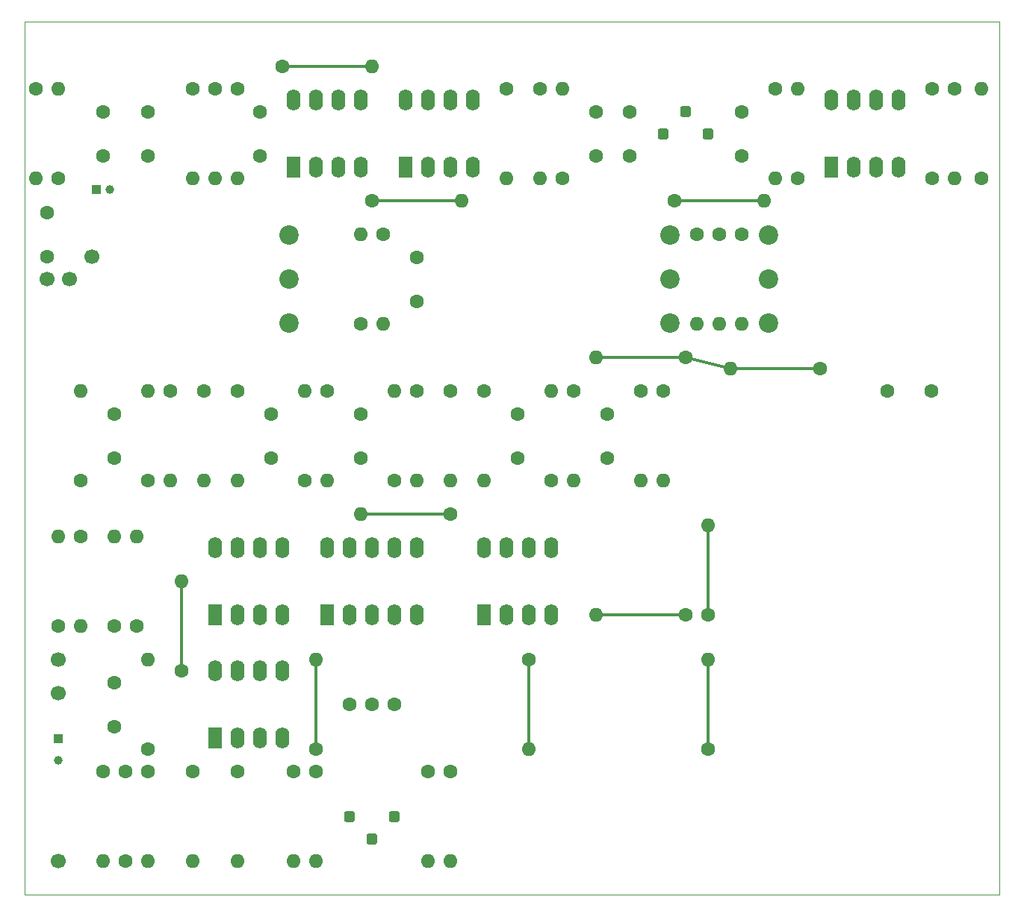
<source format=gbr>
G04 #@! TF.GenerationSoftware,KiCad,Pcbnew,(5.1.4)-1*
G04 #@! TF.CreationDate,2019-09-26T03:20:38+02:00*
G04 #@! TF.ProjectId,Board Reproduction,426f6172-6420-4526-9570-726f64756374,rev?*
G04 #@! TF.SameCoordinates,Original*
G04 #@! TF.FileFunction,Copper,L1,Top*
G04 #@! TF.FilePolarity,Positive*
%FSLAX46Y46*%
G04 Gerber Fmt 4.6, Leading zero omitted, Abs format (unit mm)*
G04 Created by KiCad (PCBNEW (5.1.4)-1) date 2019-09-26 03:20:38*
%MOMM*%
%LPD*%
G04 APERTURE LIST*
%ADD10C,0.050000*%
%ADD11C,1.700000*%
%ADD12C,1.000000*%
%ADD13R,1.000000X1.000000*%
%ADD14C,1.600000*%
%ADD15C,0.100000*%
%ADD16C,1.250000*%
%ADD17O,1.600000X1.600000*%
%ADD18O,1.600000X2.400000*%
%ADD19R,1.600000X2.400000*%
%ADD20C,2.200000*%
%ADD21C,0.300000*%
G04 APERTURE END LIST*
D10*
X87376000Y-44704000D02*
X87376000Y-45974000D01*
X122936000Y-44704000D02*
X87376000Y-44704000D01*
X197866000Y-44704000D02*
X122936000Y-44704000D01*
X197866000Y-143764000D02*
X197866000Y-44704000D01*
X143256000Y-143764000D02*
X197866000Y-143764000D01*
X94996000Y-143764000D02*
X143256000Y-143764000D01*
X87376000Y-143764000D02*
X94996000Y-143764000D01*
X87376000Y-137414000D02*
X87376000Y-143764000D01*
X87376000Y-96774000D02*
X87376000Y-45974000D01*
X87376000Y-137414000D02*
X87376000Y-96774000D01*
D11*
X91186000Y-139954000D03*
X91186000Y-120904000D03*
X91186000Y-117094000D03*
X94996000Y-71374000D03*
X92456000Y-73914000D03*
X89916000Y-73914000D03*
D12*
X91186000Y-128504000D03*
D13*
X91186000Y-126004000D03*
D12*
X97016000Y-63754000D03*
D13*
X95516000Y-63754000D03*
D14*
X129286000Y-122174000D03*
X124206000Y-122174000D03*
X126746000Y-122174000D03*
D15*
G36*
X127089130Y-136790505D02*
G01*
X127119466Y-136795005D01*
X127149214Y-136802456D01*
X127178089Y-136812788D01*
X127205811Y-136825900D01*
X127232116Y-136841666D01*
X127256748Y-136859934D01*
X127279471Y-136880529D01*
X127300066Y-136903252D01*
X127318334Y-136927884D01*
X127334100Y-136954189D01*
X127347212Y-136981911D01*
X127357544Y-137010786D01*
X127364995Y-137040534D01*
X127369495Y-137070870D01*
X127371000Y-137101500D01*
X127371000Y-137726500D01*
X127369495Y-137757130D01*
X127364995Y-137787466D01*
X127357544Y-137817214D01*
X127347212Y-137846089D01*
X127334100Y-137873811D01*
X127318334Y-137900116D01*
X127300066Y-137924748D01*
X127279471Y-137947471D01*
X127256748Y-137968066D01*
X127232116Y-137986334D01*
X127205811Y-138002100D01*
X127178089Y-138015212D01*
X127149214Y-138025544D01*
X127119466Y-138032995D01*
X127089130Y-138037495D01*
X127058500Y-138039000D01*
X126433500Y-138039000D01*
X126402870Y-138037495D01*
X126372534Y-138032995D01*
X126342786Y-138025544D01*
X126313911Y-138015212D01*
X126286189Y-138002100D01*
X126259884Y-137986334D01*
X126235252Y-137968066D01*
X126212529Y-137947471D01*
X126191934Y-137924748D01*
X126173666Y-137900116D01*
X126157900Y-137873811D01*
X126144788Y-137846089D01*
X126134456Y-137817214D01*
X126127005Y-137787466D01*
X126122505Y-137757130D01*
X126121000Y-137726500D01*
X126121000Y-137101500D01*
X126122505Y-137070870D01*
X126127005Y-137040534D01*
X126134456Y-137010786D01*
X126144788Y-136981911D01*
X126157900Y-136954189D01*
X126173666Y-136927884D01*
X126191934Y-136903252D01*
X126212529Y-136880529D01*
X126235252Y-136859934D01*
X126259884Y-136841666D01*
X126286189Y-136825900D01*
X126313911Y-136812788D01*
X126342786Y-136802456D01*
X126372534Y-136795005D01*
X126402870Y-136790505D01*
X126433500Y-136789000D01*
X127058500Y-136789000D01*
X127089130Y-136790505D01*
X127089130Y-136790505D01*
G37*
D16*
X126746000Y-137414000D03*
D15*
G36*
X129629130Y-134250505D02*
G01*
X129659466Y-134255005D01*
X129689214Y-134262456D01*
X129718089Y-134272788D01*
X129745811Y-134285900D01*
X129772116Y-134301666D01*
X129796748Y-134319934D01*
X129819471Y-134340529D01*
X129840066Y-134363252D01*
X129858334Y-134387884D01*
X129874100Y-134414189D01*
X129887212Y-134441911D01*
X129897544Y-134470786D01*
X129904995Y-134500534D01*
X129909495Y-134530870D01*
X129911000Y-134561500D01*
X129911000Y-135186500D01*
X129909495Y-135217130D01*
X129904995Y-135247466D01*
X129897544Y-135277214D01*
X129887212Y-135306089D01*
X129874100Y-135333811D01*
X129858334Y-135360116D01*
X129840066Y-135384748D01*
X129819471Y-135407471D01*
X129796748Y-135428066D01*
X129772116Y-135446334D01*
X129745811Y-135462100D01*
X129718089Y-135475212D01*
X129689214Y-135485544D01*
X129659466Y-135492995D01*
X129629130Y-135497495D01*
X129598500Y-135499000D01*
X128973500Y-135499000D01*
X128942870Y-135497495D01*
X128912534Y-135492995D01*
X128882786Y-135485544D01*
X128853911Y-135475212D01*
X128826189Y-135462100D01*
X128799884Y-135446334D01*
X128775252Y-135428066D01*
X128752529Y-135407471D01*
X128731934Y-135384748D01*
X128713666Y-135360116D01*
X128697900Y-135333811D01*
X128684788Y-135306089D01*
X128674456Y-135277214D01*
X128667005Y-135247466D01*
X128662505Y-135217130D01*
X128661000Y-135186500D01*
X128661000Y-134561500D01*
X128662505Y-134530870D01*
X128667005Y-134500534D01*
X128674456Y-134470786D01*
X128684788Y-134441911D01*
X128697900Y-134414189D01*
X128713666Y-134387884D01*
X128731934Y-134363252D01*
X128752529Y-134340529D01*
X128775252Y-134319934D01*
X128799884Y-134301666D01*
X128826189Y-134285900D01*
X128853911Y-134272788D01*
X128882786Y-134262456D01*
X128912534Y-134255005D01*
X128942870Y-134250505D01*
X128973500Y-134249000D01*
X129598500Y-134249000D01*
X129629130Y-134250505D01*
X129629130Y-134250505D01*
G37*
D16*
X129286000Y-134874000D03*
D15*
G36*
X124549130Y-134250505D02*
G01*
X124579466Y-134255005D01*
X124609214Y-134262456D01*
X124638089Y-134272788D01*
X124665811Y-134285900D01*
X124692116Y-134301666D01*
X124716748Y-134319934D01*
X124739471Y-134340529D01*
X124760066Y-134363252D01*
X124778334Y-134387884D01*
X124794100Y-134414189D01*
X124807212Y-134441911D01*
X124817544Y-134470786D01*
X124824995Y-134500534D01*
X124829495Y-134530870D01*
X124831000Y-134561500D01*
X124831000Y-135186500D01*
X124829495Y-135217130D01*
X124824995Y-135247466D01*
X124817544Y-135277214D01*
X124807212Y-135306089D01*
X124794100Y-135333811D01*
X124778334Y-135360116D01*
X124760066Y-135384748D01*
X124739471Y-135407471D01*
X124716748Y-135428066D01*
X124692116Y-135446334D01*
X124665811Y-135462100D01*
X124638089Y-135475212D01*
X124609214Y-135485544D01*
X124579466Y-135492995D01*
X124549130Y-135497495D01*
X124518500Y-135499000D01*
X123893500Y-135499000D01*
X123862870Y-135497495D01*
X123832534Y-135492995D01*
X123802786Y-135485544D01*
X123773911Y-135475212D01*
X123746189Y-135462100D01*
X123719884Y-135446334D01*
X123695252Y-135428066D01*
X123672529Y-135407471D01*
X123651934Y-135384748D01*
X123633666Y-135360116D01*
X123617900Y-135333811D01*
X123604788Y-135306089D01*
X123594456Y-135277214D01*
X123587005Y-135247466D01*
X123582505Y-135217130D01*
X123581000Y-135186500D01*
X123581000Y-134561500D01*
X123582505Y-134530870D01*
X123587005Y-134500534D01*
X123594456Y-134470786D01*
X123604788Y-134441911D01*
X123617900Y-134414189D01*
X123633666Y-134387884D01*
X123651934Y-134363252D01*
X123672529Y-134340529D01*
X123695252Y-134319934D01*
X123719884Y-134301666D01*
X123746189Y-134285900D01*
X123773911Y-134272788D01*
X123802786Y-134262456D01*
X123832534Y-134255005D01*
X123862870Y-134250505D01*
X123893500Y-134249000D01*
X124518500Y-134249000D01*
X124549130Y-134250505D01*
X124549130Y-134250505D01*
G37*
D16*
X124206000Y-134874000D03*
D15*
G36*
X162649130Y-54240505D02*
G01*
X162679466Y-54245005D01*
X162709214Y-54252456D01*
X162738089Y-54262788D01*
X162765811Y-54275900D01*
X162792116Y-54291666D01*
X162816748Y-54309934D01*
X162839471Y-54330529D01*
X162860066Y-54353252D01*
X162878334Y-54377884D01*
X162894100Y-54404189D01*
X162907212Y-54431911D01*
X162917544Y-54460786D01*
X162924995Y-54490534D01*
X162929495Y-54520870D01*
X162931000Y-54551500D01*
X162931000Y-55176500D01*
X162929495Y-55207130D01*
X162924995Y-55237466D01*
X162917544Y-55267214D01*
X162907212Y-55296089D01*
X162894100Y-55323811D01*
X162878334Y-55350116D01*
X162860066Y-55374748D01*
X162839471Y-55397471D01*
X162816748Y-55418066D01*
X162792116Y-55436334D01*
X162765811Y-55452100D01*
X162738089Y-55465212D01*
X162709214Y-55475544D01*
X162679466Y-55482995D01*
X162649130Y-55487495D01*
X162618500Y-55489000D01*
X161993500Y-55489000D01*
X161962870Y-55487495D01*
X161932534Y-55482995D01*
X161902786Y-55475544D01*
X161873911Y-55465212D01*
X161846189Y-55452100D01*
X161819884Y-55436334D01*
X161795252Y-55418066D01*
X161772529Y-55397471D01*
X161751934Y-55374748D01*
X161733666Y-55350116D01*
X161717900Y-55323811D01*
X161704788Y-55296089D01*
X161694456Y-55267214D01*
X161687005Y-55237466D01*
X161682505Y-55207130D01*
X161681000Y-55176500D01*
X161681000Y-54551500D01*
X161682505Y-54520870D01*
X161687005Y-54490534D01*
X161694456Y-54460786D01*
X161704788Y-54431911D01*
X161717900Y-54404189D01*
X161733666Y-54377884D01*
X161751934Y-54353252D01*
X161772529Y-54330529D01*
X161795252Y-54309934D01*
X161819884Y-54291666D01*
X161846189Y-54275900D01*
X161873911Y-54262788D01*
X161902786Y-54252456D01*
X161932534Y-54245005D01*
X161962870Y-54240505D01*
X161993500Y-54239000D01*
X162618500Y-54239000D01*
X162649130Y-54240505D01*
X162649130Y-54240505D01*
G37*
D16*
X162306000Y-54864000D03*
D15*
G36*
X160109130Y-56780505D02*
G01*
X160139466Y-56785005D01*
X160169214Y-56792456D01*
X160198089Y-56802788D01*
X160225811Y-56815900D01*
X160252116Y-56831666D01*
X160276748Y-56849934D01*
X160299471Y-56870529D01*
X160320066Y-56893252D01*
X160338334Y-56917884D01*
X160354100Y-56944189D01*
X160367212Y-56971911D01*
X160377544Y-57000786D01*
X160384995Y-57030534D01*
X160389495Y-57060870D01*
X160391000Y-57091500D01*
X160391000Y-57716500D01*
X160389495Y-57747130D01*
X160384995Y-57777466D01*
X160377544Y-57807214D01*
X160367212Y-57836089D01*
X160354100Y-57863811D01*
X160338334Y-57890116D01*
X160320066Y-57914748D01*
X160299471Y-57937471D01*
X160276748Y-57958066D01*
X160252116Y-57976334D01*
X160225811Y-57992100D01*
X160198089Y-58005212D01*
X160169214Y-58015544D01*
X160139466Y-58022995D01*
X160109130Y-58027495D01*
X160078500Y-58029000D01*
X159453500Y-58029000D01*
X159422870Y-58027495D01*
X159392534Y-58022995D01*
X159362786Y-58015544D01*
X159333911Y-58005212D01*
X159306189Y-57992100D01*
X159279884Y-57976334D01*
X159255252Y-57958066D01*
X159232529Y-57937471D01*
X159211934Y-57914748D01*
X159193666Y-57890116D01*
X159177900Y-57863811D01*
X159164788Y-57836089D01*
X159154456Y-57807214D01*
X159147005Y-57777466D01*
X159142505Y-57747130D01*
X159141000Y-57716500D01*
X159141000Y-57091500D01*
X159142505Y-57060870D01*
X159147005Y-57030534D01*
X159154456Y-57000786D01*
X159164788Y-56971911D01*
X159177900Y-56944189D01*
X159193666Y-56917884D01*
X159211934Y-56893252D01*
X159232529Y-56870529D01*
X159255252Y-56849934D01*
X159279884Y-56831666D01*
X159306189Y-56815900D01*
X159333911Y-56802788D01*
X159362786Y-56792456D01*
X159392534Y-56785005D01*
X159422870Y-56780505D01*
X159453500Y-56779000D01*
X160078500Y-56779000D01*
X160109130Y-56780505D01*
X160109130Y-56780505D01*
G37*
D16*
X159766000Y-57404000D03*
D15*
G36*
X165189130Y-56780505D02*
G01*
X165219466Y-56785005D01*
X165249214Y-56792456D01*
X165278089Y-56802788D01*
X165305811Y-56815900D01*
X165332116Y-56831666D01*
X165356748Y-56849934D01*
X165379471Y-56870529D01*
X165400066Y-56893252D01*
X165418334Y-56917884D01*
X165434100Y-56944189D01*
X165447212Y-56971911D01*
X165457544Y-57000786D01*
X165464995Y-57030534D01*
X165469495Y-57060870D01*
X165471000Y-57091500D01*
X165471000Y-57716500D01*
X165469495Y-57747130D01*
X165464995Y-57777466D01*
X165457544Y-57807214D01*
X165447212Y-57836089D01*
X165434100Y-57863811D01*
X165418334Y-57890116D01*
X165400066Y-57914748D01*
X165379471Y-57937471D01*
X165356748Y-57958066D01*
X165332116Y-57976334D01*
X165305811Y-57992100D01*
X165278089Y-58005212D01*
X165249214Y-58015544D01*
X165219466Y-58022995D01*
X165189130Y-58027495D01*
X165158500Y-58029000D01*
X164533500Y-58029000D01*
X164502870Y-58027495D01*
X164472534Y-58022995D01*
X164442786Y-58015544D01*
X164413911Y-58005212D01*
X164386189Y-57992100D01*
X164359884Y-57976334D01*
X164335252Y-57958066D01*
X164312529Y-57937471D01*
X164291934Y-57914748D01*
X164273666Y-57890116D01*
X164257900Y-57863811D01*
X164244788Y-57836089D01*
X164234456Y-57807214D01*
X164227005Y-57777466D01*
X164222505Y-57747130D01*
X164221000Y-57716500D01*
X164221000Y-57091500D01*
X164222505Y-57060870D01*
X164227005Y-57030534D01*
X164234456Y-57000786D01*
X164244788Y-56971911D01*
X164257900Y-56944189D01*
X164273666Y-56917884D01*
X164291934Y-56893252D01*
X164312529Y-56870529D01*
X164335252Y-56849934D01*
X164359884Y-56831666D01*
X164386189Y-56815900D01*
X164413911Y-56802788D01*
X164442786Y-56792456D01*
X164472534Y-56785005D01*
X164502870Y-56780505D01*
X164533500Y-56779000D01*
X165158500Y-56779000D01*
X165189130Y-56780505D01*
X165189130Y-56780505D01*
G37*
D16*
X164846000Y-57404000D03*
D17*
X164846000Y-117094000D03*
D14*
X164846000Y-127254000D03*
D17*
X167386000Y-84074000D03*
D14*
X177546000Y-84074000D03*
D17*
X152146000Y-82804000D03*
D14*
X162306000Y-82804000D03*
D17*
X164846000Y-101854000D03*
D14*
X164846000Y-112014000D03*
D17*
X152146000Y-112014000D03*
D14*
X162306000Y-112014000D03*
D17*
X144526000Y-127254000D03*
D14*
X144526000Y-117094000D03*
D17*
X125476000Y-100584000D03*
D14*
X135636000Y-100584000D03*
D17*
X120396000Y-117094000D03*
D14*
X120396000Y-127254000D03*
D17*
X105156000Y-108204000D03*
D14*
X105156000Y-118364000D03*
D17*
X171196000Y-65024000D03*
D14*
X161036000Y-65024000D03*
D17*
X136906000Y-65024000D03*
D14*
X126746000Y-65024000D03*
D17*
X126746000Y-49784000D03*
D14*
X116586000Y-49784000D03*
D17*
X195834000Y-52324000D03*
D14*
X195834000Y-62484000D03*
D17*
X192786000Y-62484000D03*
D14*
X192786000Y-52324000D03*
D17*
X120396000Y-139954000D03*
D14*
X120396000Y-129794000D03*
D17*
X101346000Y-139954000D03*
D14*
X101346000Y-129794000D03*
D17*
X117856000Y-139954000D03*
D14*
X117856000Y-129794000D03*
D17*
X106426000Y-139954000D03*
D14*
X106426000Y-129794000D03*
D17*
X111506000Y-139954000D03*
D14*
X111506000Y-129794000D03*
D17*
X133096000Y-139954000D03*
D14*
X133096000Y-129794000D03*
D17*
X135636000Y-139954000D03*
D14*
X135636000Y-129794000D03*
D17*
X163576000Y-78994000D03*
D14*
X163576000Y-68834000D03*
D17*
X168656000Y-78994000D03*
D14*
X168656000Y-68834000D03*
D17*
X166116000Y-78994000D03*
D14*
X166116000Y-68834000D03*
D17*
X175006000Y-52324000D03*
D14*
X175006000Y-62484000D03*
D17*
X172466000Y-62484000D03*
D14*
X172466000Y-52324000D03*
D17*
X96266000Y-139954000D03*
D14*
X96266000Y-129794000D03*
D17*
X101346000Y-117094000D03*
D14*
X101346000Y-127254000D03*
D17*
X93726000Y-113284000D03*
D14*
X93726000Y-103124000D03*
D17*
X91186000Y-103124000D03*
D14*
X91186000Y-113284000D03*
D17*
X97536000Y-103124000D03*
D14*
X97536000Y-113284000D03*
D17*
X100076000Y-103124000D03*
D14*
X100076000Y-113284000D03*
D17*
X159766000Y-96774000D03*
D14*
X159766000Y-86614000D03*
D17*
X148336000Y-52324000D03*
D14*
X148336000Y-62484000D03*
D17*
X145796000Y-62484000D03*
D14*
X145796000Y-52324000D03*
D17*
X157226000Y-96774000D03*
D14*
X157226000Y-86614000D03*
D17*
X141986000Y-62484000D03*
D14*
X141986000Y-52324000D03*
D17*
X149606000Y-96774000D03*
D14*
X149606000Y-86614000D03*
D17*
X147066000Y-86614000D03*
D14*
X147066000Y-96774000D03*
D17*
X139446000Y-96774000D03*
D14*
X139446000Y-86614000D03*
D17*
X135636000Y-96774000D03*
D14*
X135636000Y-86614000D03*
D17*
X129286000Y-86614000D03*
D14*
X129286000Y-96774000D03*
D17*
X131826000Y-96774000D03*
D14*
X131826000Y-86614000D03*
D17*
X121666000Y-96774000D03*
D14*
X121666000Y-86614000D03*
D17*
X119126000Y-86614000D03*
D14*
X119126000Y-96774000D03*
D17*
X111506000Y-96774000D03*
D14*
X111506000Y-86614000D03*
D17*
X107696000Y-96774000D03*
D14*
X107696000Y-86614000D03*
D17*
X93726000Y-86614000D03*
D14*
X93726000Y-96774000D03*
D17*
X103886000Y-96774000D03*
D14*
X103886000Y-86614000D03*
D17*
X101346000Y-86614000D03*
D14*
X101346000Y-96774000D03*
D17*
X125476000Y-68834000D03*
D14*
X125476000Y-78994000D03*
D17*
X128016000Y-78994000D03*
D14*
X128016000Y-68834000D03*
D17*
X111506000Y-62484000D03*
D14*
X111506000Y-52324000D03*
D17*
X108966000Y-62484000D03*
D14*
X108966000Y-52324000D03*
D17*
X106426000Y-62484000D03*
D14*
X106426000Y-52324000D03*
D17*
X91186000Y-52324000D03*
D14*
X91186000Y-62484000D03*
D17*
X88646000Y-62484000D03*
D14*
X88646000Y-52324000D03*
D18*
X131826000Y-104394000D03*
X131826000Y-112014000D03*
X121666000Y-104394000D03*
X129286000Y-112014000D03*
X124206000Y-104394000D03*
X126746000Y-112014000D03*
X126746000Y-104394000D03*
X124206000Y-112014000D03*
X129286000Y-104394000D03*
D19*
X121666000Y-112014000D03*
X130556000Y-61214000D03*
D18*
X138176000Y-53594000D03*
X133096000Y-61214000D03*
X135636000Y-53594000D03*
X135636000Y-61214000D03*
X133096000Y-53594000D03*
X138176000Y-61214000D03*
X130556000Y-53594000D03*
D19*
X139446000Y-112014000D03*
D18*
X147066000Y-104394000D03*
X141986000Y-112014000D03*
X144526000Y-104394000D03*
X144526000Y-112014000D03*
X141986000Y-104394000D03*
X147066000Y-112014000D03*
X139446000Y-104394000D03*
D19*
X108966000Y-112014000D03*
D18*
X116586000Y-104394000D03*
X111506000Y-112014000D03*
X114046000Y-104394000D03*
X114046000Y-112014000D03*
X111506000Y-104394000D03*
X116586000Y-112014000D03*
X108966000Y-104394000D03*
D19*
X178816000Y-61214000D03*
D18*
X186436000Y-53594000D03*
X181356000Y-61214000D03*
X183896000Y-53594000D03*
X183896000Y-61214000D03*
X181356000Y-53594000D03*
X186436000Y-61214000D03*
X178816000Y-53594000D03*
D19*
X108966000Y-125984000D03*
D18*
X116586000Y-118364000D03*
X111506000Y-125984000D03*
X114046000Y-118364000D03*
X114046000Y-125984000D03*
X111506000Y-118364000D03*
X116586000Y-125984000D03*
X108966000Y-118364000D03*
D19*
X117856000Y-61214000D03*
D18*
X125476000Y-53594000D03*
X120396000Y-61214000D03*
X122936000Y-53594000D03*
X122936000Y-61214000D03*
X120396000Y-53594000D03*
X125476000Y-61214000D03*
X117856000Y-53594000D03*
D20*
X171706000Y-73914000D03*
X171706000Y-78914000D03*
X171706000Y-68914000D03*
X160526000Y-73914000D03*
X160526000Y-68914000D03*
X160526000Y-78914000D03*
X117346000Y-73914000D03*
X117346000Y-68914000D03*
X117346000Y-78914000D03*
D14*
X98806000Y-129794000D03*
X98806000Y-139954000D03*
X190246000Y-52324000D03*
X190246000Y-62484000D03*
X185206000Y-86614000D03*
X190206000Y-86614000D03*
X168656000Y-59904000D03*
X168656000Y-54904000D03*
X97536000Y-124674000D03*
X97536000Y-119674000D03*
X155956000Y-54904000D03*
X155956000Y-59904000D03*
X152146000Y-54904000D03*
X152146000Y-59904000D03*
X153416000Y-89194000D03*
X153416000Y-94194000D03*
X143256000Y-94194000D03*
X143256000Y-89194000D03*
X125476000Y-94194000D03*
X125476000Y-89194000D03*
X115316000Y-94194000D03*
X115316000Y-89194000D03*
X97536000Y-94194000D03*
X97536000Y-89194000D03*
X131826000Y-76414000D03*
X131826000Y-71414000D03*
X114046000Y-54904000D03*
X114046000Y-59904000D03*
X101346000Y-59904000D03*
X101346000Y-54904000D03*
X96266000Y-54904000D03*
X96266000Y-59904000D03*
X89916000Y-66334000D03*
X89916000Y-71334000D03*
D21*
X164846000Y-101854000D02*
X164846000Y-112014000D01*
X164846000Y-117094000D02*
X164846000Y-127254000D01*
X125476000Y-100584000D02*
X135636000Y-100584000D01*
X152146000Y-112014000D02*
X162306000Y-112014000D01*
X161036000Y-65024000D02*
X171196000Y-65024000D01*
X126746000Y-49784000D02*
X116586000Y-49784000D01*
X105156000Y-108204000D02*
X105156000Y-118364000D01*
X120396000Y-117094000D02*
X120396000Y-127254000D01*
X126746000Y-65024000D02*
X136906000Y-65024000D01*
X152146000Y-82804000D02*
X162306000Y-82804000D01*
X167386000Y-84074000D02*
X177546000Y-84074000D01*
X167386000Y-84074000D02*
X162306000Y-82804000D01*
X144526000Y-117094000D02*
X144526000Y-127254000D01*
M02*

</source>
